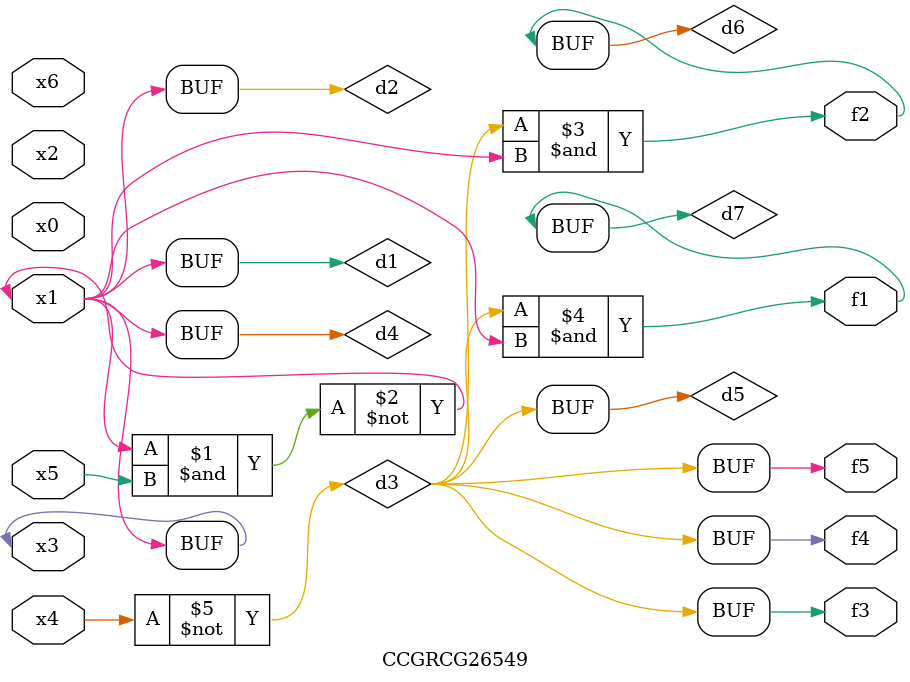
<source format=v>
module CCGRCG26549(
	input x0, x1, x2, x3, x4, x5, x6,
	output f1, f2, f3, f4, f5
);

	wire d1, d2, d3, d4, d5, d6, d7;

	buf (d1, x1, x3);
	nand (d2, x1, x5);
	not (d3, x4);
	buf (d4, d1, d2);
	buf (d5, d3);
	and (d6, d3, d4);
	and (d7, d3, d4);
	assign f1 = d7;
	assign f2 = d6;
	assign f3 = d5;
	assign f4 = d5;
	assign f5 = d5;
endmodule

</source>
